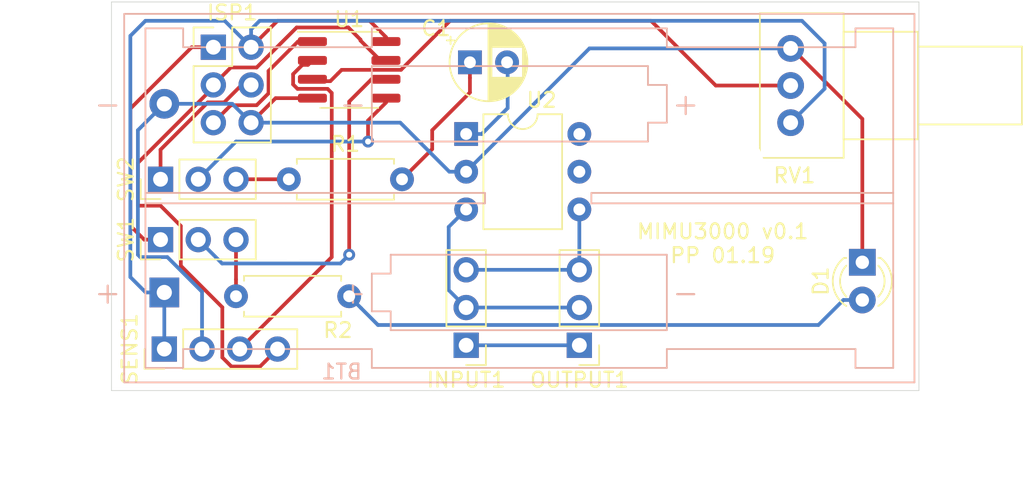
<source format=kicad_pcb>
(kicad_pcb (version 20171130) (host pcbnew 5.1.5-1.fc31)

  (general
    (thickness 1.6)
    (drawings 16)
    (tracks 136)
    (zones 0)
    (modules 14)
    (nets 19)
  )

  (page A4)
  (layers
    (0 F.Cu signal)
    (31 B.Cu signal)
    (32 B.Adhes user)
    (33 F.Adhes user)
    (34 B.Paste user)
    (35 F.Paste user)
    (36 B.SilkS user)
    (37 F.SilkS user)
    (38 B.Mask user)
    (39 F.Mask user)
    (40 Dwgs.User user)
    (41 Cmts.User user)
    (42 Eco1.User user)
    (43 Eco2.User user)
    (44 Edge.Cuts user)
    (45 Margin user)
    (46 B.CrtYd user)
    (47 F.CrtYd user)
    (48 B.Fab user)
    (49 F.Fab user)
  )

  (setup
    (last_trace_width 0.25)
    (trace_clearance 0.2)
    (zone_clearance 0.508)
    (zone_45_only no)
    (trace_min 0.2)
    (via_size 0.8)
    (via_drill 0.4)
    (via_min_size 0.4)
    (via_min_drill 0.3)
    (uvia_size 0.3)
    (uvia_drill 0.1)
    (uvias_allowed no)
    (uvia_min_size 0.2)
    (uvia_min_drill 0.1)
    (edge_width 0.05)
    (segment_width 0.2)
    (pcb_text_width 0.3)
    (pcb_text_size 1.5 1.5)
    (mod_edge_width 0.12)
    (mod_text_size 1 1)
    (mod_text_width 0.15)
    (pad_size 1.524 1.524)
    (pad_drill 0.762)
    (pad_to_mask_clearance 0.051)
    (solder_mask_min_width 0.25)
    (aux_axis_origin 0 0)
    (visible_elements FFFFFF7F)
    (pcbplotparams
      (layerselection 0x010fc_ffffffff)
      (usegerberextensions false)
      (usegerberattributes false)
      (usegerberadvancedattributes false)
      (creategerberjobfile false)
      (excludeedgelayer true)
      (linewidth 0.100000)
      (plotframeref false)
      (viasonmask false)
      (mode 1)
      (useauxorigin false)
      (hpglpennumber 1)
      (hpglpenspeed 20)
      (hpglpendiameter 15.000000)
      (psnegative false)
      (psa4output false)
      (plotreference true)
      (plotvalue true)
      (plotinvisibletext false)
      (padsonsilk false)
      (subtractmaskfromsilk false)
      (outputformat 1)
      (mirror false)
      (drillshape 1)
      (scaleselection 1)
      (outputdirectory ""))
  )

  (net 0 "")
  (net 1 "Net-(BT1-Pad2)")
  (net 2 "Net-(BT1-Pad1)")
  (net 3 "Net-(C1-Pad2)")
  (net 4 "Net-(C1-Pad1)")
  (net 5 "Net-(R1-Pad1)")
  (net 6 "Net-(INPUT1-Pad3)")
  (net 7 "Net-(INPUT1-Pad2)")
  (net 8 "Net-(INPUT1-Pad1)")
  (net 9 "Net-(RV1-Pad2)")
  (net 10 "Net-(D1-Pad2)")
  (net 11 "Net-(R2-Pad1)")
  (net 12 "Net-(SW1-Pad2)")
  (net 13 "Net-(SW2-Pad2)")
  (net 14 "Net-(ISP1-Pad5)")
  (net 15 "Net-(ISP1-Pad4)")
  (net 16 "Net-(ISP1-Pad3)")
  (net 17 "Net-(ISP1-Pad1)")
  (net 18 "Net-(SENS1-Pad3)")

  (net_class Default "This is the default net class."
    (clearance 0.2)
    (trace_width 0.25)
    (via_dia 0.8)
    (via_drill 0.4)
    (uvia_dia 0.3)
    (uvia_drill 0.1)
    (add_net "Net-(BT1-Pad1)")
    (add_net "Net-(BT1-Pad2)")
    (add_net "Net-(C1-Pad1)")
    (add_net "Net-(C1-Pad2)")
    (add_net "Net-(D1-Pad2)")
    (add_net "Net-(INPUT1-Pad1)")
    (add_net "Net-(INPUT1-Pad2)")
    (add_net "Net-(INPUT1-Pad3)")
    (add_net "Net-(ISP1-Pad1)")
    (add_net "Net-(ISP1-Pad3)")
    (add_net "Net-(ISP1-Pad4)")
    (add_net "Net-(ISP1-Pad5)")
    (add_net "Net-(R1-Pad1)")
    (add_net "Net-(R2-Pad1)")
    (add_net "Net-(RV1-Pad2)")
    (add_net "Net-(SENS1-Pad3)")
    (add_net "Net-(SW1-Pad2)")
    (add_net "Net-(SW2-Pad2)")
  )

  (module Package_SO:SOIC-8_3.9x4.9mm_P1.27mm (layer F.Cu) (tedit 5D9F72B1) (tstamp 5E2BA0EB)
    (at 179.832 105.156)
    (descr "SOIC, 8 Pin (JEDEC MS-012AA, https://www.analog.com/media/en/package-pcb-resources/package/pkg_pdf/soic_narrow-r/r_8.pdf), generated with kicad-footprint-generator ipc_gullwing_generator.py")
    (tags "SOIC SO")
    (path /5E29D77C)
    (attr smd)
    (fp_text reference U1 (at 0 -3.4) (layer F.SilkS)
      (effects (font (size 1 1) (thickness 0.15)))
    )
    (fp_text value ATTINY13A-SSU (at 0 3.4) (layer F.Fab)
      (effects (font (size 1 1) (thickness 0.15)))
    )
    (fp_text user %R (at -0.015001 0.564999) (layer F.Fab)
      (effects (font (size 0.98 0.98) (thickness 0.15)))
    )
    (fp_line (start 3.7 -2.7) (end -3.7 -2.7) (layer F.CrtYd) (width 0.05))
    (fp_line (start 3.7 2.7) (end 3.7 -2.7) (layer F.CrtYd) (width 0.05))
    (fp_line (start -3.7 2.7) (end 3.7 2.7) (layer F.CrtYd) (width 0.05))
    (fp_line (start -3.7 -2.7) (end -3.7 2.7) (layer F.CrtYd) (width 0.05))
    (fp_line (start -1.95 -1.475) (end -0.975 -2.45) (layer F.Fab) (width 0.1))
    (fp_line (start -1.95 2.45) (end -1.95 -1.475) (layer F.Fab) (width 0.1))
    (fp_line (start 1.95 2.45) (end -1.95 2.45) (layer F.Fab) (width 0.1))
    (fp_line (start 1.95 -2.45) (end 1.95 2.45) (layer F.Fab) (width 0.1))
    (fp_line (start -0.975 -2.45) (end 1.95 -2.45) (layer F.Fab) (width 0.1))
    (fp_line (start 0 -2.56) (end -3.45 -2.56) (layer F.SilkS) (width 0.12))
    (fp_line (start 0 -2.56) (end 1.95 -2.56) (layer F.SilkS) (width 0.12))
    (fp_line (start 0 2.56) (end -1.95 2.56) (layer F.SilkS) (width 0.12))
    (fp_line (start 0 2.56) (end 1.95 2.56) (layer F.SilkS) (width 0.12))
    (pad 8 smd roundrect (at 2.475 -1.905) (size 1.95 0.6) (layers F.Cu F.Paste F.Mask) (roundrect_rratio 0.25)
      (net 2 "Net-(BT1-Pad1)"))
    (pad 7 smd roundrect (at 2.475 -0.635) (size 1.95 0.6) (layers F.Cu F.Paste F.Mask) (roundrect_rratio 0.25)
      (net 16 "Net-(ISP1-Pad3)"))
    (pad 6 smd roundrect (at 2.475 0.635) (size 1.95 0.6) (layers F.Cu F.Paste F.Mask) (roundrect_rratio 0.25)
      (net 12 "Net-(SW1-Pad2)"))
    (pad 5 smd roundrect (at 2.475 1.905) (size 1.95 0.6) (layers F.Cu F.Paste F.Mask) (roundrect_rratio 0.25)
      (net 13 "Net-(SW2-Pad2)"))
    (pad 4 smd roundrect (at -2.475 1.905) (size 1.95 0.6) (layers F.Cu F.Paste F.Mask) (roundrect_rratio 0.25)
      (net 1 "Net-(BT1-Pad2)"))
    (pad 3 smd roundrect (at -2.475 0.635) (size 1.95 0.6) (layers F.Cu F.Paste F.Mask) (roundrect_rratio 0.25)
      (net 9 "Net-(RV1-Pad2)"))
    (pad 2 smd roundrect (at -2.475 -0.635) (size 1.95 0.6) (layers F.Cu F.Paste F.Mask) (roundrect_rratio 0.25)
      (net 18 "Net-(SENS1-Pad3)"))
    (pad 1 smd roundrect (at -2.475 -1.905) (size 1.95 0.6) (layers F.Cu F.Paste F.Mask) (roundrect_rratio 0.25)
      (net 14 "Net-(ISP1-Pad5)"))
    (model ${KISYS3DMOD}/Package_SO.3dshapes/SOIC-8_3.9x4.9mm_P1.27mm.wrl
      (at (xyz 0 0 0))
      (scale (xyz 1 1 1))
      (rotate (xyz 0 0 0))
    )
  )

  (module Connector_PinHeader_2.54mm:PinHeader_1x04_P2.54mm_Vertical (layer F.Cu) (tedit 59FED5CC) (tstamp 5E2BA082)
    (at 167.386 123.952 90)
    (descr "Through hole straight pin header, 1x04, 2.54mm pitch, single row")
    (tags "Through hole pin header THT 1x04 2.54mm single row")
    (path /5E2CBB84)
    (fp_text reference SENS1 (at 0 -2.33 90) (layer F.SilkS)
      (effects (font (size 1 1) (thickness 0.15)))
    )
    (fp_text value Sens (at 0 9.95 90) (layer F.Fab)
      (effects (font (size 1 1) (thickness 0.15)))
    )
    (fp_text user %R (at 0 3.81) (layer F.Fab)
      (effects (font (size 1 1) (thickness 0.15)))
    )
    (fp_line (start 1.8 -1.8) (end -1.8 -1.8) (layer F.CrtYd) (width 0.05))
    (fp_line (start 1.8 9.4) (end 1.8 -1.8) (layer F.CrtYd) (width 0.05))
    (fp_line (start -1.8 9.4) (end 1.8 9.4) (layer F.CrtYd) (width 0.05))
    (fp_line (start -1.8 -1.8) (end -1.8 9.4) (layer F.CrtYd) (width 0.05))
    (fp_line (start -1.33 -1.33) (end 0 -1.33) (layer F.SilkS) (width 0.12))
    (fp_line (start -1.33 0) (end -1.33 -1.33) (layer F.SilkS) (width 0.12))
    (fp_line (start -1.33 1.27) (end 1.33 1.27) (layer F.SilkS) (width 0.12))
    (fp_line (start 1.33 1.27) (end 1.33 8.95) (layer F.SilkS) (width 0.12))
    (fp_line (start -1.33 1.27) (end -1.33 8.95) (layer F.SilkS) (width 0.12))
    (fp_line (start -1.33 8.95) (end 1.33 8.95) (layer F.SilkS) (width 0.12))
    (fp_line (start -1.27 -0.635) (end -0.635 -1.27) (layer F.Fab) (width 0.1))
    (fp_line (start -1.27 8.89) (end -1.27 -0.635) (layer F.Fab) (width 0.1))
    (fp_line (start 1.27 8.89) (end -1.27 8.89) (layer F.Fab) (width 0.1))
    (fp_line (start 1.27 -1.27) (end 1.27 8.89) (layer F.Fab) (width 0.1))
    (fp_line (start -0.635 -1.27) (end 1.27 -1.27) (layer F.Fab) (width 0.1))
    (pad 4 thru_hole oval (at 0 7.62 90) (size 1.7 1.7) (drill 1) (layers *.Cu *.Mask)
      (net 16 "Net-(ISP1-Pad3)"))
    (pad 3 thru_hole oval (at 0 5.08 90) (size 1.7 1.7) (drill 1) (layers *.Cu *.Mask)
      (net 18 "Net-(SENS1-Pad3)"))
    (pad 2 thru_hole oval (at 0 2.54 90) (size 1.7 1.7) (drill 1) (layers *.Cu *.Mask)
      (net 1 "Net-(BT1-Pad2)"))
    (pad 1 thru_hole rect (at 0 0 90) (size 1.7 1.7) (drill 1) (layers *.Cu *.Mask)
      (net 2 "Net-(BT1-Pad1)"))
    (model ${KISYS3DMOD}/Connector_PinHeader_2.54mm.3dshapes/PinHeader_1x04_P2.54mm_Vertical.wrl
      (at (xyz 0 0 0))
      (scale (xyz 1 1 1))
      (rotate (xyz 0 0 0))
    )
  )

  (module Connector_PinHeader_2.54mm:PinHeader_2x03_P2.54mm_Vertical (layer F.Cu) (tedit 59FED5CC) (tstamp 5E2B6328)
    (at 170.688 103.632)
    (descr "Through hole straight pin header, 2x03, 2.54mm pitch, double rows")
    (tags "Through hole pin header THT 2x03 2.54mm double row")
    (path /5E2B28C5)
    (fp_text reference ISP1 (at 1.27 -2.33) (layer F.SilkS)
      (effects (font (size 1 1) (thickness 0.15)))
    )
    (fp_text value AVR-ISP-6 (at 1.27 7.41) (layer F.Fab)
      (effects (font (size 1 1) (thickness 0.15)))
    )
    (fp_text user %R (at 1.27 2.54 90) (layer F.Fab)
      (effects (font (size 1 1) (thickness 0.15)))
    )
    (fp_line (start 4.35 -1.8) (end -1.8 -1.8) (layer F.CrtYd) (width 0.05))
    (fp_line (start 4.35 6.85) (end 4.35 -1.8) (layer F.CrtYd) (width 0.05))
    (fp_line (start -1.8 6.85) (end 4.35 6.85) (layer F.CrtYd) (width 0.05))
    (fp_line (start -1.8 -1.8) (end -1.8 6.85) (layer F.CrtYd) (width 0.05))
    (fp_line (start -1.33 -1.33) (end 0 -1.33) (layer F.SilkS) (width 0.12))
    (fp_line (start -1.33 0) (end -1.33 -1.33) (layer F.SilkS) (width 0.12))
    (fp_line (start 1.27 -1.33) (end 3.87 -1.33) (layer F.SilkS) (width 0.12))
    (fp_line (start 1.27 1.27) (end 1.27 -1.33) (layer F.SilkS) (width 0.12))
    (fp_line (start -1.33 1.27) (end 1.27 1.27) (layer F.SilkS) (width 0.12))
    (fp_line (start 3.87 -1.33) (end 3.87 6.41) (layer F.SilkS) (width 0.12))
    (fp_line (start -1.33 1.27) (end -1.33 6.41) (layer F.SilkS) (width 0.12))
    (fp_line (start -1.33 6.41) (end 3.87 6.41) (layer F.SilkS) (width 0.12))
    (fp_line (start -1.27 0) (end 0 -1.27) (layer F.Fab) (width 0.1))
    (fp_line (start -1.27 6.35) (end -1.27 0) (layer F.Fab) (width 0.1))
    (fp_line (start 3.81 6.35) (end -1.27 6.35) (layer F.Fab) (width 0.1))
    (fp_line (start 3.81 -1.27) (end 3.81 6.35) (layer F.Fab) (width 0.1))
    (fp_line (start 0 -1.27) (end 3.81 -1.27) (layer F.Fab) (width 0.1))
    (pad 6 thru_hole oval (at 2.54 5.08) (size 1.7 1.7) (drill 1) (layers *.Cu *.Mask)
      (net 1 "Net-(BT1-Pad2)"))
    (pad 5 thru_hole oval (at 0 5.08) (size 1.7 1.7) (drill 1) (layers *.Cu *.Mask)
      (net 14 "Net-(ISP1-Pad5)"))
    (pad 4 thru_hole oval (at 2.54 2.54) (size 1.7 1.7) (drill 1) (layers *.Cu *.Mask)
      (net 15 "Net-(ISP1-Pad4)"))
    (pad 3 thru_hole oval (at 0 2.54) (size 1.7 1.7) (drill 1) (layers *.Cu *.Mask)
      (net 16 "Net-(ISP1-Pad3)"))
    (pad 2 thru_hole oval (at 2.54 0) (size 1.7 1.7) (drill 1) (layers *.Cu *.Mask)
      (net 2 "Net-(BT1-Pad1)"))
    (pad 1 thru_hole rect (at 0 0) (size 1.7 1.7) (drill 1) (layers *.Cu *.Mask)
      (net 17 "Net-(ISP1-Pad1)"))
    (model ${KISYS3DMOD}/Connector_PinHeader_2.54mm.3dshapes/PinHeader_2x03_P2.54mm_Vertical.wrl
      (at (xyz 0 0 0))
      (scale (xyz 1 1 1))
      (rotate (xyz 0 0 0))
    )
  )

  (module Connector_PinHeader_2.54mm:PinHeader_1x03_P2.54mm_Vertical (layer F.Cu) (tedit 59FED5CC) (tstamp 5E31AC7F)
    (at 167.132 112.522 90)
    (descr "Through hole straight pin header, 1x03, 2.54mm pitch, single row")
    (tags "Through hole pin header THT 1x03 2.54mm single row")
    (path /5E2C59AF)
    (fp_text reference SW2 (at 0 -2.33 90) (layer F.SilkS)
      (effects (font (size 1 1) (thickness 0.15)))
    )
    (fp_text value P_MOSI (at 0 7.41 90) (layer F.Fab)
      (effects (font (size 1 1) (thickness 0.15)))
    )
    (fp_text user %R (at 0 2.54) (layer F.Fab)
      (effects (font (size 1 1) (thickness 0.15)))
    )
    (fp_line (start 1.8 -1.8) (end -1.8 -1.8) (layer F.CrtYd) (width 0.05))
    (fp_line (start 1.8 6.85) (end 1.8 -1.8) (layer F.CrtYd) (width 0.05))
    (fp_line (start -1.8 6.85) (end 1.8 6.85) (layer F.CrtYd) (width 0.05))
    (fp_line (start -1.8 -1.8) (end -1.8 6.85) (layer F.CrtYd) (width 0.05))
    (fp_line (start -1.33 -1.33) (end 0 -1.33) (layer F.SilkS) (width 0.12))
    (fp_line (start -1.33 0) (end -1.33 -1.33) (layer F.SilkS) (width 0.12))
    (fp_line (start -1.33 1.27) (end 1.33 1.27) (layer F.SilkS) (width 0.12))
    (fp_line (start 1.33 1.27) (end 1.33 6.41) (layer F.SilkS) (width 0.12))
    (fp_line (start -1.33 1.27) (end -1.33 6.41) (layer F.SilkS) (width 0.12))
    (fp_line (start -1.33 6.41) (end 1.33 6.41) (layer F.SilkS) (width 0.12))
    (fp_line (start -1.27 -0.635) (end -0.635 -1.27) (layer F.Fab) (width 0.1))
    (fp_line (start -1.27 6.35) (end -1.27 -0.635) (layer F.Fab) (width 0.1))
    (fp_line (start 1.27 6.35) (end -1.27 6.35) (layer F.Fab) (width 0.1))
    (fp_line (start 1.27 -1.27) (end 1.27 6.35) (layer F.Fab) (width 0.1))
    (fp_line (start -0.635 -1.27) (end 1.27 -1.27) (layer F.Fab) (width 0.1))
    (pad 3 thru_hole oval (at 0 5.08 90) (size 1.7 1.7) (drill 1) (layers *.Cu *.Mask)
      (net 5 "Net-(R1-Pad1)"))
    (pad 2 thru_hole oval (at 0 2.54 90) (size 1.7 1.7) (drill 1) (layers *.Cu *.Mask)
      (net 13 "Net-(SW2-Pad2)"))
    (pad 1 thru_hole rect (at 0 0 90) (size 1.7 1.7) (drill 1) (layers *.Cu *.Mask)
      (net 15 "Net-(ISP1-Pad4)"))
    (model ${KISYS3DMOD}/Connector_PinHeader_2.54mm.3dshapes/PinHeader_1x03_P2.54mm_Vertical.wrl
      (at (xyz 0 0 0))
      (scale (xyz 1 1 1))
      (rotate (xyz 0 0 0))
    )
  )

  (module Connector_PinHeader_2.54mm:PinHeader_1x03_P2.54mm_Vertical (layer F.Cu) (tedit 59FED5CC) (tstamp 5E2B640F)
    (at 167.132 116.586 90)
    (descr "Through hole straight pin header, 1x03, 2.54mm pitch, single row")
    (tags "Through hole pin header THT 1x03 2.54mm single row")
    (path /5E2C54A6)
    (fp_text reference SW1 (at 0 -2.33 90) (layer F.SilkS)
      (effects (font (size 1 1) (thickness 0.15)))
    )
    (fp_text value P_MISO (at 0 7.41 90) (layer F.Fab)
      (effects (font (size 1 1) (thickness 0.15)))
    )
    (fp_text user %R (at 0 2.54) (layer F.Fab)
      (effects (font (size 1 1) (thickness 0.15)))
    )
    (fp_line (start 1.8 -1.8) (end -1.8 -1.8) (layer F.CrtYd) (width 0.05))
    (fp_line (start 1.8 6.85) (end 1.8 -1.8) (layer F.CrtYd) (width 0.05))
    (fp_line (start -1.8 6.85) (end 1.8 6.85) (layer F.CrtYd) (width 0.05))
    (fp_line (start -1.8 -1.8) (end -1.8 6.85) (layer F.CrtYd) (width 0.05))
    (fp_line (start -1.33 -1.33) (end 0 -1.33) (layer F.SilkS) (width 0.12))
    (fp_line (start -1.33 0) (end -1.33 -1.33) (layer F.SilkS) (width 0.12))
    (fp_line (start -1.33 1.27) (end 1.33 1.27) (layer F.SilkS) (width 0.12))
    (fp_line (start 1.33 1.27) (end 1.33 6.41) (layer F.SilkS) (width 0.12))
    (fp_line (start -1.33 1.27) (end -1.33 6.41) (layer F.SilkS) (width 0.12))
    (fp_line (start -1.33 6.41) (end 1.33 6.41) (layer F.SilkS) (width 0.12))
    (fp_line (start -1.27 -0.635) (end -0.635 -1.27) (layer F.Fab) (width 0.1))
    (fp_line (start -1.27 6.35) (end -1.27 -0.635) (layer F.Fab) (width 0.1))
    (fp_line (start 1.27 6.35) (end -1.27 6.35) (layer F.Fab) (width 0.1))
    (fp_line (start 1.27 -1.27) (end 1.27 6.35) (layer F.Fab) (width 0.1))
    (fp_line (start -0.635 -1.27) (end 1.27 -1.27) (layer F.Fab) (width 0.1))
    (pad 3 thru_hole oval (at 0 5.08 90) (size 1.7 1.7) (drill 1) (layers *.Cu *.Mask)
      (net 11 "Net-(R2-Pad1)"))
    (pad 2 thru_hole oval (at 0 2.54 90) (size 1.7 1.7) (drill 1) (layers *.Cu *.Mask)
      (net 12 "Net-(SW1-Pad2)"))
    (pad 1 thru_hole rect (at 0 0 90) (size 1.7 1.7) (drill 1) (layers *.Cu *.Mask)
      (net 17 "Net-(ISP1-Pad1)"))
    (model ${KISYS3DMOD}/Connector_PinHeader_2.54mm.3dshapes/PinHeader_1x03_P2.54mm_Vertical.wrl
      (at (xyz 0 0 0))
      (scale (xyz 1 1 1))
      (rotate (xyz 0 0 0))
    )
  )

  (module Connector_PinHeader_2.54mm:PinHeader_1x03_P2.54mm_Vertical (layer F.Cu) (tedit 59FED5CC) (tstamp 5E2BA0BA)
    (at 195.326 123.698 180)
    (descr "Through hole straight pin header, 1x03, 2.54mm pitch, single row")
    (tags "Through hole pin header THT 1x03 2.54mm single row")
    (path /5E29E552)
    (fp_text reference OUTPUT1 (at 0 -2.33) (layer F.SilkS)
      (effects (font (size 1 1) (thickness 0.15)))
    )
    (fp_text value XLR3 (at 0 7.41) (layer F.Fab)
      (effects (font (size 1 1) (thickness 0.15)))
    )
    (fp_text user %R (at 0 2.54 90) (layer F.Fab)
      (effects (font (size 1 1) (thickness 0.15)))
    )
    (fp_line (start 1.8 -1.8) (end -1.8 -1.8) (layer F.CrtYd) (width 0.05))
    (fp_line (start 1.8 6.85) (end 1.8 -1.8) (layer F.CrtYd) (width 0.05))
    (fp_line (start -1.8 6.85) (end 1.8 6.85) (layer F.CrtYd) (width 0.05))
    (fp_line (start -1.8 -1.8) (end -1.8 6.85) (layer F.CrtYd) (width 0.05))
    (fp_line (start -1.33 -1.33) (end 0 -1.33) (layer F.SilkS) (width 0.12))
    (fp_line (start -1.33 0) (end -1.33 -1.33) (layer F.SilkS) (width 0.12))
    (fp_line (start -1.33 1.27) (end 1.33 1.27) (layer F.SilkS) (width 0.12))
    (fp_line (start 1.33 1.27) (end 1.33 6.41) (layer F.SilkS) (width 0.12))
    (fp_line (start -1.33 1.27) (end -1.33 6.41) (layer F.SilkS) (width 0.12))
    (fp_line (start -1.33 6.41) (end 1.33 6.41) (layer F.SilkS) (width 0.12))
    (fp_line (start -1.27 -0.635) (end -0.635 -1.27) (layer F.Fab) (width 0.1))
    (fp_line (start -1.27 6.35) (end -1.27 -0.635) (layer F.Fab) (width 0.1))
    (fp_line (start 1.27 6.35) (end -1.27 6.35) (layer F.Fab) (width 0.1))
    (fp_line (start 1.27 -1.27) (end 1.27 6.35) (layer F.Fab) (width 0.1))
    (fp_line (start -0.635 -1.27) (end 1.27 -1.27) (layer F.Fab) (width 0.1))
    (pad 3 thru_hole oval (at 0 5.08 180) (size 1.7 1.7) (drill 1) (layers *.Cu *.Mask)
      (net 6 "Net-(INPUT1-Pad3)"))
    (pad 2 thru_hole oval (at 0 2.54 180) (size 1.7 1.7) (drill 1) (layers *.Cu *.Mask)
      (net 7 "Net-(INPUT1-Pad2)"))
    (pad 1 thru_hole rect (at 0 0 180) (size 1.7 1.7) (drill 1) (layers *.Cu *.Mask)
      (net 8 "Net-(INPUT1-Pad1)"))
    (model ${KISYS3DMOD}/Connector_PinHeader_2.54mm.3dshapes/PinHeader_1x03_P2.54mm_Vertical.wrl
      (at (xyz 0 0 0))
      (scale (xyz 1 1 1))
      (rotate (xyz 0 0 0))
    )
  )

  (module Connector_PinHeader_2.54mm:PinHeader_1x03_P2.54mm_Vertical (layer F.Cu) (tedit 59FED5CC) (tstamp 5E2BA09E)
    (at 187.706 123.698 180)
    (descr "Through hole straight pin header, 1x03, 2.54mm pitch, single row")
    (tags "Through hole pin header THT 1x03 2.54mm single row")
    (path /5E29E533)
    (fp_text reference INPUT1 (at 0 -2.33) (layer F.SilkS)
      (effects (font (size 1 1) (thickness 0.15)))
    )
    (fp_text value XLR3 (at 0 7.41) (layer F.Fab)
      (effects (font (size 1 1) (thickness 0.15)))
    )
    (fp_text user %R (at 0 2.54 90) (layer F.Fab)
      (effects (font (size 1 1) (thickness 0.15)))
    )
    (fp_line (start 1.8 -1.8) (end -1.8 -1.8) (layer F.CrtYd) (width 0.05))
    (fp_line (start 1.8 6.85) (end 1.8 -1.8) (layer F.CrtYd) (width 0.05))
    (fp_line (start -1.8 6.85) (end 1.8 6.85) (layer F.CrtYd) (width 0.05))
    (fp_line (start -1.8 -1.8) (end -1.8 6.85) (layer F.CrtYd) (width 0.05))
    (fp_line (start -1.33 -1.33) (end 0 -1.33) (layer F.SilkS) (width 0.12))
    (fp_line (start -1.33 0) (end -1.33 -1.33) (layer F.SilkS) (width 0.12))
    (fp_line (start -1.33 1.27) (end 1.33 1.27) (layer F.SilkS) (width 0.12))
    (fp_line (start 1.33 1.27) (end 1.33 6.41) (layer F.SilkS) (width 0.12))
    (fp_line (start -1.33 1.27) (end -1.33 6.41) (layer F.SilkS) (width 0.12))
    (fp_line (start -1.33 6.41) (end 1.33 6.41) (layer F.SilkS) (width 0.12))
    (fp_line (start -1.27 -0.635) (end -0.635 -1.27) (layer F.Fab) (width 0.1))
    (fp_line (start -1.27 6.35) (end -1.27 -0.635) (layer F.Fab) (width 0.1))
    (fp_line (start 1.27 6.35) (end -1.27 6.35) (layer F.Fab) (width 0.1))
    (fp_line (start 1.27 -1.27) (end 1.27 6.35) (layer F.Fab) (width 0.1))
    (fp_line (start -0.635 -1.27) (end 1.27 -1.27) (layer F.Fab) (width 0.1))
    (pad 3 thru_hole oval (at 0 5.08 180) (size 1.7 1.7) (drill 1) (layers *.Cu *.Mask)
      (net 6 "Net-(INPUT1-Pad3)"))
    (pad 2 thru_hole oval (at 0 2.54 180) (size 1.7 1.7) (drill 1) (layers *.Cu *.Mask)
      (net 7 "Net-(INPUT1-Pad2)"))
    (pad 1 thru_hole rect (at 0 0 180) (size 1.7 1.7) (drill 1) (layers *.Cu *.Mask)
      (net 8 "Net-(INPUT1-Pad1)"))
    (model ${KISYS3DMOD}/Connector_PinHeader_2.54mm.3dshapes/PinHeader_1x03_P2.54mm_Vertical.wrl
      (at (xyz 0 0 0))
      (scale (xyz 1 1 1))
      (rotate (xyz 0 0 0))
    )
  )

  (module LED_THT:LED_D3.0mm (layer F.Cu) (tedit 587A3A7B) (tstamp 5E2B94F7)
    (at 214.376 118.11 270)
    (descr "LED, diameter 3.0mm, 2 pins")
    (tags "LED diameter 3.0mm 2 pins")
    (path /5E2C9905)
    (fp_text reference D1 (at 1.27 2.794 90) (layer F.SilkS)
      (effects (font (size 1 1) (thickness 0.15)))
    )
    (fp_text value LED (at 1.27 2.96 90) (layer F.Fab)
      (effects (font (size 1 1) (thickness 0.15)))
    )
    (fp_line (start 3.7 -2.25) (end -1.15 -2.25) (layer F.CrtYd) (width 0.05))
    (fp_line (start 3.7 2.25) (end 3.7 -2.25) (layer F.CrtYd) (width 0.05))
    (fp_line (start -1.15 2.25) (end 3.7 2.25) (layer F.CrtYd) (width 0.05))
    (fp_line (start -1.15 -2.25) (end -1.15 2.25) (layer F.CrtYd) (width 0.05))
    (fp_line (start -0.29 1.08) (end -0.29 1.236) (layer F.SilkS) (width 0.12))
    (fp_line (start -0.29 -1.236) (end -0.29 -1.08) (layer F.SilkS) (width 0.12))
    (fp_line (start -0.23 -1.16619) (end -0.23 1.16619) (layer F.Fab) (width 0.1))
    (fp_circle (center 1.27 0) (end 2.77 0) (layer F.Fab) (width 0.1))
    (fp_arc (start 1.27 0) (end 0.229039 1.08) (angle -87.9) (layer F.SilkS) (width 0.12))
    (fp_arc (start 1.27 0) (end 0.229039 -1.08) (angle 87.9) (layer F.SilkS) (width 0.12))
    (fp_arc (start 1.27 0) (end -0.29 1.235516) (angle -108.8) (layer F.SilkS) (width 0.12))
    (fp_arc (start 1.27 0) (end -0.29 -1.235516) (angle 108.8) (layer F.SilkS) (width 0.12))
    (fp_arc (start 1.27 0) (end -0.23 -1.16619) (angle 284.3) (layer F.Fab) (width 0.1))
    (pad 2 thru_hole circle (at 2.54 0 270) (size 1.8 1.8) (drill 0.9) (layers *.Cu *.Mask)
      (net 10 "Net-(D1-Pad2)"))
    (pad 1 thru_hole rect (at 0 0 270) (size 1.8 1.8) (drill 0.9) (layers *.Cu *.Mask)
      (net 1 "Net-(BT1-Pad2)"))
    (model ${KISYS3DMOD}/LED_THT.3dshapes/LED_D3.0mm.wrl
      (at (xyz 0 0 0))
      (scale (xyz 1 1 1))
      (rotate (xyz 0 0 0))
    )
  )

  (module Battery:BatteryHolder_Keystone_2468_2xAAA (layer B.Cu) (tedit 5C9A5FE6) (tstamp 5E2B9FE4)
    (at 167.386 120.142)
    (descr "2xAAA cell battery holder, Keystone P/N 2468, http://www.keyelco.com/product-pdf.cfm?p=1033")
    (tags "AAA battery cell holder")
    (path /5E2BAE3F)
    (fp_text reference BT1 (at 11.938 5.334) (layer B.SilkS)
      (effects (font (size 1 1) (thickness 0.15)) (justify mirror))
    )
    (fp_text value 3V (at 23.9 -7.35) (layer B.Fab)
      (effects (font (size 1 1) (thickness 0.15)) (justify mirror))
    )
    (fp_text user + (at 35.1 -12.7) (layer B.SilkS)
      (effects (font (size 1.5 1.5) (thickness 0.15)) (justify mirror))
    )
    (fp_text user - (at 12.7 -12.7) (layer B.SilkS)
      (effects (font (size 1.5 1.5) (thickness 0.15)) (justify mirror))
    )
    (fp_text user - (at 35.1 0) (layer B.SilkS)
      (effects (font (size 1.5 1.5) (thickness 0.15)) (justify mirror))
    )
    (fp_text user + (at 12.7 0) (layer B.SilkS)
      (effects (font (size 1.5 1.5) (thickness 0.15)) (justify mirror))
    )
    (fp_text user - (at -3.81 -12.7) (layer B.SilkS)
      (effects (font (size 1.5 1.5) (thickness 0.15)) (justify mirror))
    )
    (fp_text user + (at -3.81 0) (layer B.SilkS)
      (effects (font (size 1.5 1.5) (thickness 0.15)) (justify mirror))
    )
    (fp_line (start -2.59 5.945) (end 50.39 5.945) (layer B.Fab) (width 0.1))
    (fp_line (start -2.59 -18.645) (end 50.39 -18.645) (layer B.Fab) (width 0.1))
    (fp_line (start 50.39 -18.645) (end 50.39 5.945) (layer B.Fab) (width 0.1))
    (fp_line (start -2.59 -18.645) (end -2.59 5.945) (layer B.Fab) (width 0.1))
    (fp_line (start 46.53 -17.78) (end 46.53 -16.51) (layer B.SilkS) (width 0.12))
    (fp_line (start 49.07 -17.78) (end 46.53 -17.78) (layer B.SilkS) (width 0.12))
    (fp_line (start 49.07 5.08) (end 49.07 -17.78) (layer B.SilkS) (width 0.12))
    (fp_line (start 46.53 5.08) (end 46.53 3.81) (layer B.SilkS) (width 0.12))
    (fp_line (start 49.07 5.08) (end 46.53 5.08) (layer B.SilkS) (width 0.12))
    (fp_line (start 1.27 -16.51) (end 13.97 -16.51) (layer B.SilkS) (width 0.12))
    (fp_line (start 1.27 -17.78) (end 1.27 -16.51) (layer B.SilkS) (width 0.12))
    (fp_line (start -1.27 -17.78) (end 1.27 -17.78) (layer B.SilkS) (width 0.12))
    (fp_line (start -1.27 5.08) (end -1.27 -17.78) (layer B.SilkS) (width 0.12))
    (fp_line (start 1.27 5.08) (end -1.27 5.08) (layer B.SilkS) (width 0.12))
    (fp_line (start 1.27 3.81) (end 1.27 5.08) (layer B.SilkS) (width 0.12))
    (fp_line (start 1.27 3.81) (end 13.97 3.81) (layer B.SilkS) (width 0.12))
    (fp_line (start 46.53 -16.51) (end 33.83 -16.51) (layer B.SilkS) (width 0.12))
    (fp_line (start 13.97 5.08) (end 13.97 3.81) (layer B.SilkS) (width 0.12))
    (fp_line (start 33.83 5.08) (end 13.97 5.08) (layer B.SilkS) (width 0.12))
    (fp_line (start 33.83 3.81) (end 33.83 5.08) (layer B.SilkS) (width 0.12))
    (fp_line (start 46.53 3.81) (end 33.83 3.81) (layer B.SilkS) (width 0.12))
    (fp_line (start 33.83 -17.78) (end 33.83 -16.51) (layer B.SilkS) (width 0.12))
    (fp_line (start 13.97 -17.78) (end 33.83 -17.78) (layer B.SilkS) (width 0.12))
    (fp_line (start 13.97 -16.51) (end 13.97 -17.78) (layer B.SilkS) (width 0.12))
    (fp_line (start 28.75 -6.7) (end 49.07 -6.7) (layer B.SilkS) (width 0.12))
    (fp_line (start 28.75 -6) (end 28.75 -6.7) (layer B.SilkS) (width 0.12))
    (fp_line (start 49.07 -6) (end 28.75 -6) (layer B.SilkS) (width 0.12))
    (fp_line (start 21.59 -6.7) (end -1.27 -6.7) (layer B.SilkS) (width 0.12))
    (fp_line (start 21.59 -6) (end 21.59 -6.7) (layer B.SilkS) (width 0.12))
    (fp_line (start -1.27 -6) (end 21.59 -6) (layer B.SilkS) (width 0.12))
    (fp_line (start 33.83 2.54) (end 33.83 -2.54) (layer B.SilkS) (width 0.12))
    (fp_line (start 15.24 2.54) (end 33.83 2.54) (layer B.SilkS) (width 0.12))
    (fp_line (start 15.24 1.27) (end 15.24 2.54) (layer B.SilkS) (width 0.12))
    (fp_line (start 13.97 1.27) (end 15.24 1.27) (layer B.SilkS) (width 0.12))
    (fp_line (start 13.97 -1.27) (end 13.97 1.27) (layer B.SilkS) (width 0.12))
    (fp_line (start 15.24 -1.27) (end 13.97 -1.27) (layer B.SilkS) (width 0.12))
    (fp_line (start 15.24 -2.54) (end 15.24 -1.27) (layer B.SilkS) (width 0.12))
    (fp_line (start 33.83 -2.54) (end 15.24 -2.54) (layer B.SilkS) (width 0.12))
    (fp_line (start 32.56 -15.24) (end 13.97 -15.24) (layer B.SilkS) (width 0.12))
    (fp_line (start 32.56 -13.97) (end 32.56 -15.24) (layer B.SilkS) (width 0.12))
    (fp_line (start 33.83 -13.97) (end 32.56 -13.97) (layer B.SilkS) (width 0.12))
    (fp_line (start 33.83 -11.43) (end 33.83 -13.97) (layer B.SilkS) (width 0.12))
    (fp_line (start 32.56 -11.43) (end 33.83 -11.43) (layer B.SilkS) (width 0.12))
    (fp_line (start 32.56 -10.16) (end 32.56 -11.43) (layer B.SilkS) (width 0.12))
    (fp_line (start 13.97 -10.16) (end 32.56 -10.16) (layer B.SilkS) (width 0.12))
    (fp_line (start 13.97 -15.24) (end 13.97 -10.16) (layer B.SilkS) (width 0.12))
    (fp_line (start 50.5 6.055) (end -2.7 6.055) (layer B.SilkS) (width 0.12))
    (fp_line (start -2.7 6.05) (end -2.7 -18.75) (layer B.SilkS) (width 0.12))
    (fp_line (start -2.7 -18.755) (end 50.5 -18.755) (layer B.SilkS) (width 0.12))
    (fp_line (start 50.5 -18.75) (end 50.5 6.05) (layer B.SilkS) (width 0.12))
    (fp_line (start 50.89 6.45) (end -3.09 6.45) (layer B.CrtYd) (width 0.05))
    (fp_line (start -3.09 6.45) (end -3.09 -19.15) (layer B.CrtYd) (width 0.05))
    (fp_line (start -3.09 -19.15) (end 50.89 -19.15) (layer B.CrtYd) (width 0.05))
    (fp_line (start 50.89 -19.15) (end 50.89 6.45) (layer B.CrtYd) (width 0.05))
    (fp_text user %R (at 23.9 -5.35) (layer B.Fab)
      (effects (font (size 1 1) (thickness 0.15)) (justify mirror))
    )
    (pad "" np_thru_hole circle (at 38.61 -8.7) (size 3.45 3.45) (drill 3.45) (layers *.Cu *.Mask))
    (pad "" np_thru_hole circle (at 8.64 -4) (size 3.45 3.45) (drill 3.45) (layers *.Cu))
    (pad 2 thru_hole circle (at 0 -12.7) (size 2 2) (drill 1.02) (layers *.Cu *.Mask)
      (net 1 "Net-(BT1-Pad2)"))
    (pad 1 thru_hole rect (at 0 0) (size 2 2) (drill 1.02) (layers *.Cu *.Mask)
      (net 2 "Net-(BT1-Pad1)"))
    (model ${KISYS3DMOD}/Battery.3dshapes/BatteryHolder_Keystone_2468_2xAAA.wrl
      (offset (xyz 0 0 1))
      (scale (xyz 1 1 1))
      (rotate (xyz 0 0 0))
    )
  )

  (module Resistor_THT:R_Axial_DIN0207_L6.3mm_D2.5mm_P7.62mm_Horizontal (layer F.Cu) (tedit 5AE5139B) (tstamp 5E2B95CC)
    (at 172.212 120.396)
    (descr "Resistor, Axial_DIN0207 series, Axial, Horizontal, pin pitch=7.62mm, 0.25W = 1/4W, length*diameter=6.3*2.5mm^2, http://cdn-reichelt.de/documents/datenblatt/B400/1_4W%23YAG.pdf")
    (tags "Resistor Axial_DIN0207 series Axial Horizontal pin pitch 7.62mm 0.25W = 1/4W length 6.3mm diameter 2.5mm")
    (path /5E2D7AE9)
    (fp_text reference R2 (at 6.858 2.286) (layer F.SilkS)
      (effects (font (size 1 1) (thickness 0.15)))
    )
    (fp_text value 90R (at 7.366 2.37) (layer F.Fab)
      (effects (font (size 1 1) (thickness 0.15)))
    )
    (fp_text user %R (at 3.81 0) (layer F.Fab)
      (effects (font (size 1 1) (thickness 0.15)))
    )
    (fp_line (start 8.67 -1.5) (end -1.05 -1.5) (layer F.CrtYd) (width 0.05))
    (fp_line (start 8.67 1.5) (end 8.67 -1.5) (layer F.CrtYd) (width 0.05))
    (fp_line (start -1.05 1.5) (end 8.67 1.5) (layer F.CrtYd) (width 0.05))
    (fp_line (start -1.05 -1.5) (end -1.05 1.5) (layer F.CrtYd) (width 0.05))
    (fp_line (start 7.08 1.37) (end 7.08 1.04) (layer F.SilkS) (width 0.12))
    (fp_line (start 0.54 1.37) (end 7.08 1.37) (layer F.SilkS) (width 0.12))
    (fp_line (start 0.54 1.04) (end 0.54 1.37) (layer F.SilkS) (width 0.12))
    (fp_line (start 7.08 -1.37) (end 7.08 -1.04) (layer F.SilkS) (width 0.12))
    (fp_line (start 0.54 -1.37) (end 7.08 -1.37) (layer F.SilkS) (width 0.12))
    (fp_line (start 0.54 -1.04) (end 0.54 -1.37) (layer F.SilkS) (width 0.12))
    (fp_line (start 7.62 0) (end 6.96 0) (layer F.Fab) (width 0.1))
    (fp_line (start 0 0) (end 0.66 0) (layer F.Fab) (width 0.1))
    (fp_line (start 6.96 -1.25) (end 0.66 -1.25) (layer F.Fab) (width 0.1))
    (fp_line (start 6.96 1.25) (end 6.96 -1.25) (layer F.Fab) (width 0.1))
    (fp_line (start 0.66 1.25) (end 6.96 1.25) (layer F.Fab) (width 0.1))
    (fp_line (start 0.66 -1.25) (end 0.66 1.25) (layer F.Fab) (width 0.1))
    (pad 2 thru_hole oval (at 7.62 0) (size 1.6 1.6) (drill 0.8) (layers *.Cu *.Mask)
      (net 10 "Net-(D1-Pad2)"))
    (pad 1 thru_hole circle (at 0 0) (size 1.6 1.6) (drill 0.8) (layers *.Cu *.Mask)
      (net 11 "Net-(R2-Pad1)"))
    (model ${KISYS3DMOD}/Resistor_THT.3dshapes/R_Axial_DIN0207_L6.3mm_D2.5mm_P7.62mm_Horizontal.wrl
      (at (xyz 0 0 0))
      (scale (xyz 1 1 1))
      (rotate (xyz 0 0 0))
    )
  )

  (module Potentiometer_THT:Potentiometer_Alps_RK09Y11_Single_Horizontal (layer F.Cu) (tedit 5A3D4993) (tstamp 5E2B8135)
    (at 209.55 108.712)
    (descr "Potentiometer, horizontal, Alps RK09Y11 Single, http://www.alps.com/prod/info/E/HTML/Potentiometer/RotaryPotentiometers/RK09Y11/RK09Y11_list.html")
    (tags "Potentiometer horizontal Alps RK09Y11 Single")
    (path /5E2BA12E)
    (fp_text reference RV1 (at 0.254 3.556) (layer F.SilkS)
      (effects (font (size 1 1) (thickness 0.15)))
    )
    (fp_text value R_POT (at 0 3.5) (layer F.Fab)
      (effects (font (size 1 1) (thickness 0.15)))
    )
    (fp_text user %R (at 0.75 -2.5) (layer F.Fab)
      (effects (font (size 1 1) (thickness 0.15)))
    )
    (fp_line (start 15.7 -7.5) (end -2.2 -7.5) (layer F.CrtYd) (width 0.05))
    (fp_line (start 15.7 2.5) (end 15.7 -7.5) (layer F.CrtYd) (width 0.05))
    (fp_line (start -2.2 2.5) (end 15.7 2.5) (layer F.CrtYd) (width 0.05))
    (fp_line (start -2.2 -7.5) (end -2.2 2.5) (layer F.CrtYd) (width 0.05))
    (fp_line (start 15.57 -5.12) (end 15.57 0.12) (layer F.SilkS) (width 0.12))
    (fp_line (start 8.57 -5.12) (end 8.57 0.12) (layer F.SilkS) (width 0.12))
    (fp_line (start 8.57 0.12) (end 15.57 0.12) (layer F.SilkS) (width 0.12))
    (fp_line (start 8.57 -5.12) (end 15.57 -5.12) (layer F.SilkS) (width 0.12))
    (fp_line (start 8.57 -6.12) (end 8.57 1.12) (layer F.SilkS) (width 0.12))
    (fp_line (start 3.57 -6.12) (end 3.57 1.12) (layer F.SilkS) (width 0.12))
    (fp_line (start 3.57 1.12) (end 8.57 1.12) (layer F.SilkS) (width 0.12))
    (fp_line (start 3.57 -6.12) (end 8.57 -6.12) (layer F.SilkS) (width 0.12))
    (fp_line (start 3.57 -7.37) (end 3.57 2.37) (layer F.SilkS) (width 0.12))
    (fp_line (start -2.071 -7.37) (end -2.071 2.37) (layer F.SilkS) (width 0.12))
    (fp_line (start -2.071 2.37) (end 3.57 2.37) (layer F.SilkS) (width 0.12))
    (fp_line (start -2.071 -7.37) (end 3.57 -7.37) (layer F.SilkS) (width 0.12))
    (fp_line (start 15.45 -5) (end 8.45 -5) (layer F.Fab) (width 0.1))
    (fp_line (start 15.45 0) (end 15.45 -5) (layer F.Fab) (width 0.1))
    (fp_line (start 8.45 0) (end 15.45 0) (layer F.Fab) (width 0.1))
    (fp_line (start 8.45 -5) (end 8.45 0) (layer F.Fab) (width 0.1))
    (fp_line (start 8.45 -6) (end 3.45 -6) (layer F.Fab) (width 0.1))
    (fp_line (start 8.45 1) (end 8.45 -6) (layer F.Fab) (width 0.1))
    (fp_line (start 3.45 1) (end 8.45 1) (layer F.Fab) (width 0.1))
    (fp_line (start 3.45 -6) (end 3.45 1) (layer F.Fab) (width 0.1))
    (fp_line (start 3.45 -7.25) (end -1.95 -7.25) (layer F.Fab) (width 0.1))
    (fp_line (start 3.45 2.25) (end 3.45 -7.25) (layer F.Fab) (width 0.1))
    (fp_line (start -1.95 2.25) (end 3.45 2.25) (layer F.Fab) (width 0.1))
    (fp_line (start -1.95 -7.25) (end -1.95 2.25) (layer F.Fab) (width 0.1))
    (pad 1 thru_hole circle (at 0 0) (size 1.8 1.8) (drill 1) (layers *.Cu *.Mask)
      (net 2 "Net-(BT1-Pad1)"))
    (pad 2 thru_hole circle (at 0 -2.5) (size 1.8 1.8) (drill 1) (layers *.Cu *.Mask)
      (net 9 "Net-(RV1-Pad2)"))
    (pad 3 thru_hole circle (at 0 -5) (size 1.8 1.8) (drill 1) (layers *.Cu *.Mask)
      (net 1 "Net-(BT1-Pad2)"))
    (model ${KISYS3DMOD}/Potentiometer_THT.3dshapes/Potentiometer_Alps_RK09Y11_Single_Horizontal.wrl
      (at (xyz 0 0 0))
      (scale (xyz 1 1 1))
      (rotate (xyz 0 0 0))
    )
    (model ${KIPRJMOD}/3dFiles/Assem1.STEP
      (offset (xyz 0 2.5 6.5))
      (scale (xyz 0.5 0.5 0.5))
      (rotate (xyz -90 0 -90))
    )
  )

  (module Package_DIP:DIP-6_W7.62mm (layer F.Cu) (tedit 5A02E8C5) (tstamp 5E2BA105)
    (at 187.706 109.474)
    (descr "6-lead though-hole mounted DIP package, row spacing 7.62 mm (300 mils)")
    (tags "THT DIP DIL PDIP 2.54mm 7.62mm 300mil")
    (path /5E2A0546)
    (fp_text reference U2 (at 5.08 -2.286) (layer F.SilkS)
      (effects (font (size 1 1) (thickness 0.15)))
    )
    (fp_text value H11F1M (at 3.81 7.41) (layer F.Fab)
      (effects (font (size 1 1) (thickness 0.15)))
    )
    (fp_text user %R (at 3.81 2.54) (layer F.Fab)
      (effects (font (size 1 1) (thickness 0.15)))
    )
    (fp_line (start 8.7 -1.55) (end -1.1 -1.55) (layer F.CrtYd) (width 0.05))
    (fp_line (start 8.7 6.6) (end 8.7 -1.55) (layer F.CrtYd) (width 0.05))
    (fp_line (start -1.1 6.6) (end 8.7 6.6) (layer F.CrtYd) (width 0.05))
    (fp_line (start -1.1 -1.55) (end -1.1 6.6) (layer F.CrtYd) (width 0.05))
    (fp_line (start 6.46 -1.33) (end 4.81 -1.33) (layer F.SilkS) (width 0.12))
    (fp_line (start 6.46 6.41) (end 6.46 -1.33) (layer F.SilkS) (width 0.12))
    (fp_line (start 1.16 6.41) (end 6.46 6.41) (layer F.SilkS) (width 0.12))
    (fp_line (start 1.16 -1.33) (end 1.16 6.41) (layer F.SilkS) (width 0.12))
    (fp_line (start 2.81 -1.33) (end 1.16 -1.33) (layer F.SilkS) (width 0.12))
    (fp_line (start 0.635 -0.27) (end 1.635 -1.27) (layer F.Fab) (width 0.1))
    (fp_line (start 0.635 6.35) (end 0.635 -0.27) (layer F.Fab) (width 0.1))
    (fp_line (start 6.985 6.35) (end 0.635 6.35) (layer F.Fab) (width 0.1))
    (fp_line (start 6.985 -1.27) (end 6.985 6.35) (layer F.Fab) (width 0.1))
    (fp_line (start 1.635 -1.27) (end 6.985 -1.27) (layer F.Fab) (width 0.1))
    (fp_arc (start 3.81 -1.33) (end 2.81 -1.33) (angle -180) (layer F.SilkS) (width 0.12))
    (pad 6 thru_hole oval (at 7.62 0) (size 1.6 1.6) (drill 0.8) (layers *.Cu *.Mask))
    (pad 3 thru_hole oval (at 0 5.08) (size 1.6 1.6) (drill 0.8) (layers *.Cu *.Mask)
      (net 7 "Net-(INPUT1-Pad2)"))
    (pad 5 thru_hole oval (at 7.62 2.54) (size 1.6 1.6) (drill 0.8) (layers *.Cu *.Mask))
    (pad 2 thru_hole oval (at 0 2.54) (size 1.6 1.6) (drill 0.8) (layers *.Cu *.Mask)
      (net 1 "Net-(BT1-Pad2)"))
    (pad 4 thru_hole oval (at 7.62 5.08) (size 1.6 1.6) (drill 0.8) (layers *.Cu *.Mask)
      (net 6 "Net-(INPUT1-Pad3)"))
    (pad 1 thru_hole rect (at 0 0) (size 1.6 1.6) (drill 0.8) (layers *.Cu *.Mask)
      (net 3 "Net-(C1-Pad2)"))
    (model ${KISYS3DMOD}/Package_DIP.3dshapes/DIP-6_W7.62mm.wrl
      (at (xyz 0 0 0))
      (scale (xyz 1 1 1))
      (rotate (xyz 0 0 0))
    )
  )

  (module Resistor_THT:R_Axial_DIN0207_L6.3mm_D2.5mm_P7.62mm_Horizontal (layer F.Cu) (tedit 5AE5139B) (tstamp 5E2BA0D1)
    (at 175.768 112.522)
    (descr "Resistor, Axial_DIN0207 series, Axial, Horizontal, pin pitch=7.62mm, 0.25W = 1/4W, length*diameter=6.3*2.5mm^2, http://cdn-reichelt.de/documents/datenblatt/B400/1_4W%23YAG.pdf")
    (tags "Resistor Axial_DIN0207 series Axial Horizontal pin pitch 7.62mm 0.25W = 1/4W length 6.3mm diameter 2.5mm")
    (path /5E29E9BB)
    (fp_text reference R1 (at 3.81 -2.37) (layer F.SilkS)
      (effects (font (size 1 1) (thickness 0.15)))
    )
    (fp_text value 100R (at 3.81 2.37) (layer F.Fab)
      (effects (font (size 1 1) (thickness 0.15)))
    )
    (fp_text user %R (at 3.81 0) (layer F.Fab)
      (effects (font (size 1 1) (thickness 0.15)))
    )
    (fp_line (start 8.67 -1.5) (end -1.05 -1.5) (layer F.CrtYd) (width 0.05))
    (fp_line (start 8.67 1.5) (end 8.67 -1.5) (layer F.CrtYd) (width 0.05))
    (fp_line (start -1.05 1.5) (end 8.67 1.5) (layer F.CrtYd) (width 0.05))
    (fp_line (start -1.05 -1.5) (end -1.05 1.5) (layer F.CrtYd) (width 0.05))
    (fp_line (start 7.08 1.37) (end 7.08 1.04) (layer F.SilkS) (width 0.12))
    (fp_line (start 0.54 1.37) (end 7.08 1.37) (layer F.SilkS) (width 0.12))
    (fp_line (start 0.54 1.04) (end 0.54 1.37) (layer F.SilkS) (width 0.12))
    (fp_line (start 7.08 -1.37) (end 7.08 -1.04) (layer F.SilkS) (width 0.12))
    (fp_line (start 0.54 -1.37) (end 7.08 -1.37) (layer F.SilkS) (width 0.12))
    (fp_line (start 0.54 -1.04) (end 0.54 -1.37) (layer F.SilkS) (width 0.12))
    (fp_line (start 7.62 0) (end 6.96 0) (layer F.Fab) (width 0.1))
    (fp_line (start 0 0) (end 0.66 0) (layer F.Fab) (width 0.1))
    (fp_line (start 6.96 -1.25) (end 0.66 -1.25) (layer F.Fab) (width 0.1))
    (fp_line (start 6.96 1.25) (end 6.96 -1.25) (layer F.Fab) (width 0.1))
    (fp_line (start 0.66 1.25) (end 6.96 1.25) (layer F.Fab) (width 0.1))
    (fp_line (start 0.66 -1.25) (end 0.66 1.25) (layer F.Fab) (width 0.1))
    (pad 2 thru_hole oval (at 7.62 0) (size 1.6 1.6) (drill 0.8) (layers *.Cu *.Mask)
      (net 4 "Net-(C1-Pad1)"))
    (pad 1 thru_hole circle (at 0 0) (size 1.6 1.6) (drill 0.8) (layers *.Cu *.Mask)
      (net 5 "Net-(R1-Pad1)"))
    (model ${KISYS3DMOD}/Resistor_THT.3dshapes/R_Axial_DIN0207_L6.3mm_D2.5mm_P7.62mm_Horizontal.wrl
      (at (xyz 0 0 0))
      (scale (xyz 1 1 1))
      (rotate (xyz 0 0 0))
    )
  )

  (module Capacitor_THT:CP_Radial_D5.0mm_P2.50mm (layer F.Cu) (tedit 5AE50EF0) (tstamp 5E2BA068)
    (at 187.96 104.648)
    (descr "CP, Radial series, Radial, pin pitch=2.50mm, , diameter=5mm, Electrolytic Capacitor")
    (tags "CP Radial series Radial pin pitch 2.50mm  diameter 5mm Electrolytic Capacitor")
    (path /5E2AE194)
    (fp_text reference C1 (at -2.286 -2.286) (layer F.SilkS)
      (effects (font (size 1 1) (thickness 0.15)))
    )
    (fp_text value 47µ (at 1.25 3.75) (layer F.Fab)
      (effects (font (size 1 1) (thickness 0.15)))
    )
    (fp_text user %R (at 1.25 0) (layer F.Fab)
      (effects (font (size 1 1) (thickness 0.15)))
    )
    (fp_line (start -1.304775 -1.725) (end -1.304775 -1.225) (layer F.SilkS) (width 0.12))
    (fp_line (start -1.554775 -1.475) (end -1.054775 -1.475) (layer F.SilkS) (width 0.12))
    (fp_line (start 3.851 -0.284) (end 3.851 0.284) (layer F.SilkS) (width 0.12))
    (fp_line (start 3.811 -0.518) (end 3.811 0.518) (layer F.SilkS) (width 0.12))
    (fp_line (start 3.771 -0.677) (end 3.771 0.677) (layer F.SilkS) (width 0.12))
    (fp_line (start 3.731 -0.805) (end 3.731 0.805) (layer F.SilkS) (width 0.12))
    (fp_line (start 3.691 -0.915) (end 3.691 0.915) (layer F.SilkS) (width 0.12))
    (fp_line (start 3.651 -1.011) (end 3.651 1.011) (layer F.SilkS) (width 0.12))
    (fp_line (start 3.611 -1.098) (end 3.611 1.098) (layer F.SilkS) (width 0.12))
    (fp_line (start 3.571 -1.178) (end 3.571 1.178) (layer F.SilkS) (width 0.12))
    (fp_line (start 3.531 1.04) (end 3.531 1.251) (layer F.SilkS) (width 0.12))
    (fp_line (start 3.531 -1.251) (end 3.531 -1.04) (layer F.SilkS) (width 0.12))
    (fp_line (start 3.491 1.04) (end 3.491 1.319) (layer F.SilkS) (width 0.12))
    (fp_line (start 3.491 -1.319) (end 3.491 -1.04) (layer F.SilkS) (width 0.12))
    (fp_line (start 3.451 1.04) (end 3.451 1.383) (layer F.SilkS) (width 0.12))
    (fp_line (start 3.451 -1.383) (end 3.451 -1.04) (layer F.SilkS) (width 0.12))
    (fp_line (start 3.411 1.04) (end 3.411 1.443) (layer F.SilkS) (width 0.12))
    (fp_line (start 3.411 -1.443) (end 3.411 -1.04) (layer F.SilkS) (width 0.12))
    (fp_line (start 3.371 1.04) (end 3.371 1.5) (layer F.SilkS) (width 0.12))
    (fp_line (start 3.371 -1.5) (end 3.371 -1.04) (layer F.SilkS) (width 0.12))
    (fp_line (start 3.331 1.04) (end 3.331 1.554) (layer F.SilkS) (width 0.12))
    (fp_line (start 3.331 -1.554) (end 3.331 -1.04) (layer F.SilkS) (width 0.12))
    (fp_line (start 3.291 1.04) (end 3.291 1.605) (layer F.SilkS) (width 0.12))
    (fp_line (start 3.291 -1.605) (end 3.291 -1.04) (layer F.SilkS) (width 0.12))
    (fp_line (start 3.251 1.04) (end 3.251 1.653) (layer F.SilkS) (width 0.12))
    (fp_line (start 3.251 -1.653) (end 3.251 -1.04) (layer F.SilkS) (width 0.12))
    (fp_line (start 3.211 1.04) (end 3.211 1.699) (layer F.SilkS) (width 0.12))
    (fp_line (start 3.211 -1.699) (end 3.211 -1.04) (layer F.SilkS) (width 0.12))
    (fp_line (start 3.171 1.04) (end 3.171 1.743) (layer F.SilkS) (width 0.12))
    (fp_line (start 3.171 -1.743) (end 3.171 -1.04) (layer F.SilkS) (width 0.12))
    (fp_line (start 3.131 1.04) (end 3.131 1.785) (layer F.SilkS) (width 0.12))
    (fp_line (start 3.131 -1.785) (end 3.131 -1.04) (layer F.SilkS) (width 0.12))
    (fp_line (start 3.091 1.04) (end 3.091 1.826) (layer F.SilkS) (width 0.12))
    (fp_line (start 3.091 -1.826) (end 3.091 -1.04) (layer F.SilkS) (width 0.12))
    (fp_line (start 3.051 1.04) (end 3.051 1.864) (layer F.SilkS) (width 0.12))
    (fp_line (start 3.051 -1.864) (end 3.051 -1.04) (layer F.SilkS) (width 0.12))
    (fp_line (start 3.011 1.04) (end 3.011 1.901) (layer F.SilkS) (width 0.12))
    (fp_line (start 3.011 -1.901) (end 3.011 -1.04) (layer F.SilkS) (width 0.12))
    (fp_line (start 2.971 1.04) (end 2.971 1.937) (layer F.SilkS) (width 0.12))
    (fp_line (start 2.971 -1.937) (end 2.971 -1.04) (layer F.SilkS) (width 0.12))
    (fp_line (start 2.931 1.04) (end 2.931 1.971) (layer F.SilkS) (width 0.12))
    (fp_line (start 2.931 -1.971) (end 2.931 -1.04) (layer F.SilkS) (width 0.12))
    (fp_line (start 2.891 1.04) (end 2.891 2.004) (layer F.SilkS) (width 0.12))
    (fp_line (start 2.891 -2.004) (end 2.891 -1.04) (layer F.SilkS) (width 0.12))
    (fp_line (start 2.851 1.04) (end 2.851 2.035) (layer F.SilkS) (width 0.12))
    (fp_line (start 2.851 -2.035) (end 2.851 -1.04) (layer F.SilkS) (width 0.12))
    (fp_line (start 2.811 1.04) (end 2.811 2.065) (layer F.SilkS) (width 0.12))
    (fp_line (start 2.811 -2.065) (end 2.811 -1.04) (layer F.SilkS) (width 0.12))
    (fp_line (start 2.771 1.04) (end 2.771 2.095) (layer F.SilkS) (width 0.12))
    (fp_line (start 2.771 -2.095) (end 2.771 -1.04) (layer F.SilkS) (width 0.12))
    (fp_line (start 2.731 1.04) (end 2.731 2.122) (layer F.SilkS) (width 0.12))
    (fp_line (start 2.731 -2.122) (end 2.731 -1.04) (layer F.SilkS) (width 0.12))
    (fp_line (start 2.691 1.04) (end 2.691 2.149) (layer F.SilkS) (width 0.12))
    (fp_line (start 2.691 -2.149) (end 2.691 -1.04) (layer F.SilkS) (width 0.12))
    (fp_line (start 2.651 1.04) (end 2.651 2.175) (layer F.SilkS) (width 0.12))
    (fp_line (start 2.651 -2.175) (end 2.651 -1.04) (layer F.SilkS) (width 0.12))
    (fp_line (start 2.611 1.04) (end 2.611 2.2) (layer F.SilkS) (width 0.12))
    (fp_line (start 2.611 -2.2) (end 2.611 -1.04) (layer F.SilkS) (width 0.12))
    (fp_line (start 2.571 1.04) (end 2.571 2.224) (layer F.SilkS) (width 0.12))
    (fp_line (start 2.571 -2.224) (end 2.571 -1.04) (layer F.SilkS) (width 0.12))
    (fp_line (start 2.531 1.04) (end 2.531 2.247) (layer F.SilkS) (width 0.12))
    (fp_line (start 2.531 -2.247) (end 2.531 -1.04) (layer F.SilkS) (width 0.12))
    (fp_line (start 2.491 1.04) (end 2.491 2.268) (layer F.SilkS) (width 0.12))
    (fp_line (start 2.491 -2.268) (end 2.491 -1.04) (layer F.SilkS) (width 0.12))
    (fp_line (start 2.451 1.04) (end 2.451 2.29) (layer F.SilkS) (width 0.12))
    (fp_line (start 2.451 -2.29) (end 2.451 -1.04) (layer F.SilkS) (width 0.12))
    (fp_line (start 2.411 1.04) (end 2.411 2.31) (layer F.SilkS) (width 0.12))
    (fp_line (start 2.411 -2.31) (end 2.411 -1.04) (layer F.SilkS) (width 0.12))
    (fp_line (start 2.371 1.04) (end 2.371 2.329) (layer F.SilkS) (width 0.12))
    (fp_line (start 2.371 -2.329) (end 2.371 -1.04) (layer F.SilkS) (width 0.12))
    (fp_line (start 2.331 1.04) (end 2.331 2.348) (layer F.SilkS) (width 0.12))
    (fp_line (start 2.331 -2.348) (end 2.331 -1.04) (layer F.SilkS) (width 0.12))
    (fp_line (start 2.291 1.04) (end 2.291 2.365) (layer F.SilkS) (width 0.12))
    (fp_line (start 2.291 -2.365) (end 2.291 -1.04) (layer F.SilkS) (width 0.12))
    (fp_line (start 2.251 1.04) (end 2.251 2.382) (layer F.SilkS) (width 0.12))
    (fp_line (start 2.251 -2.382) (end 2.251 -1.04) (layer F.SilkS) (width 0.12))
    (fp_line (start 2.211 1.04) (end 2.211 2.398) (layer F.SilkS) (width 0.12))
    (fp_line (start 2.211 -2.398) (end 2.211 -1.04) (layer F.SilkS) (width 0.12))
    (fp_line (start 2.171 1.04) (end 2.171 2.414) (layer F.SilkS) (width 0.12))
    (fp_line (start 2.171 -2.414) (end 2.171 -1.04) (layer F.SilkS) (width 0.12))
    (fp_line (start 2.131 1.04) (end 2.131 2.428) (layer F.SilkS) (width 0.12))
    (fp_line (start 2.131 -2.428) (end 2.131 -1.04) (layer F.SilkS) (width 0.12))
    (fp_line (start 2.091 1.04) (end 2.091 2.442) (layer F.SilkS) (width 0.12))
    (fp_line (start 2.091 -2.442) (end 2.091 -1.04) (layer F.SilkS) (width 0.12))
    (fp_line (start 2.051 1.04) (end 2.051 2.455) (layer F.SilkS) (width 0.12))
    (fp_line (start 2.051 -2.455) (end 2.051 -1.04) (layer F.SilkS) (width 0.12))
    (fp_line (start 2.011 1.04) (end 2.011 2.468) (layer F.SilkS) (width 0.12))
    (fp_line (start 2.011 -2.468) (end 2.011 -1.04) (layer F.SilkS) (width 0.12))
    (fp_line (start 1.971 1.04) (end 1.971 2.48) (layer F.SilkS) (width 0.12))
    (fp_line (start 1.971 -2.48) (end 1.971 -1.04) (layer F.SilkS) (width 0.12))
    (fp_line (start 1.93 1.04) (end 1.93 2.491) (layer F.SilkS) (width 0.12))
    (fp_line (start 1.93 -2.491) (end 1.93 -1.04) (layer F.SilkS) (width 0.12))
    (fp_line (start 1.89 1.04) (end 1.89 2.501) (layer F.SilkS) (width 0.12))
    (fp_line (start 1.89 -2.501) (end 1.89 -1.04) (layer F.SilkS) (width 0.12))
    (fp_line (start 1.85 1.04) (end 1.85 2.511) (layer F.SilkS) (width 0.12))
    (fp_line (start 1.85 -2.511) (end 1.85 -1.04) (layer F.SilkS) (width 0.12))
    (fp_line (start 1.81 1.04) (end 1.81 2.52) (layer F.SilkS) (width 0.12))
    (fp_line (start 1.81 -2.52) (end 1.81 -1.04) (layer F.SilkS) (width 0.12))
    (fp_line (start 1.77 1.04) (end 1.77 2.528) (layer F.SilkS) (width 0.12))
    (fp_line (start 1.77 -2.528) (end 1.77 -1.04) (layer F.SilkS) (width 0.12))
    (fp_line (start 1.73 1.04) (end 1.73 2.536) (layer F.SilkS) (width 0.12))
    (fp_line (start 1.73 -2.536) (end 1.73 -1.04) (layer F.SilkS) (width 0.12))
    (fp_line (start 1.69 1.04) (end 1.69 2.543) (layer F.SilkS) (width 0.12))
    (fp_line (start 1.69 -2.543) (end 1.69 -1.04) (layer F.SilkS) (width 0.12))
    (fp_line (start 1.65 1.04) (end 1.65 2.55) (layer F.SilkS) (width 0.12))
    (fp_line (start 1.65 -2.55) (end 1.65 -1.04) (layer F.SilkS) (width 0.12))
    (fp_line (start 1.61 1.04) (end 1.61 2.556) (layer F.SilkS) (width 0.12))
    (fp_line (start 1.61 -2.556) (end 1.61 -1.04) (layer F.SilkS) (width 0.12))
    (fp_line (start 1.57 1.04) (end 1.57 2.561) (layer F.SilkS) (width 0.12))
    (fp_line (start 1.57 -2.561) (end 1.57 -1.04) (layer F.SilkS) (width 0.12))
    (fp_line (start 1.53 1.04) (end 1.53 2.565) (layer F.SilkS) (width 0.12))
    (fp_line (start 1.53 -2.565) (end 1.53 -1.04) (layer F.SilkS) (width 0.12))
    (fp_line (start 1.49 1.04) (end 1.49 2.569) (layer F.SilkS) (width 0.12))
    (fp_line (start 1.49 -2.569) (end 1.49 -1.04) (layer F.SilkS) (width 0.12))
    (fp_line (start 1.45 -2.573) (end 1.45 2.573) (layer F.SilkS) (width 0.12))
    (fp_line (start 1.41 -2.576) (end 1.41 2.576) (layer F.SilkS) (width 0.12))
    (fp_line (start 1.37 -2.578) (end 1.37 2.578) (layer F.SilkS) (width 0.12))
    (fp_line (start 1.33 -2.579) (end 1.33 2.579) (layer F.SilkS) (width 0.12))
    (fp_line (start 1.29 -2.58) (end 1.29 2.58) (layer F.SilkS) (width 0.12))
    (fp_line (start 1.25 -2.58) (end 1.25 2.58) (layer F.SilkS) (width 0.12))
    (fp_line (start -0.633605 -1.3375) (end -0.633605 -0.8375) (layer F.Fab) (width 0.1))
    (fp_line (start -0.883605 -1.0875) (end -0.383605 -1.0875) (layer F.Fab) (width 0.1))
    (fp_circle (center 1.25 0) (end 4 0) (layer F.CrtYd) (width 0.05))
    (fp_circle (center 1.25 0) (end 3.87 0) (layer F.SilkS) (width 0.12))
    (fp_circle (center 1.25 0) (end 3.75 0) (layer F.Fab) (width 0.1))
    (pad 2 thru_hole circle (at 2.5 0) (size 1.6 1.6) (drill 0.8) (layers *.Cu *.Mask)
      (net 3 "Net-(C1-Pad2)"))
    (pad 1 thru_hole rect (at 0 0) (size 1.6 1.6) (drill 0.8) (layers *.Cu *.Mask)
      (net 4 "Net-(C1-Pad1)"))
    (model ${KISYS3DMOD}/Capacitor_THT.3dshapes/CP_Radial_D5.0mm_P2.50mm.wrl
      (at (xyz 0 0 0))
      (scale (xyz 1 1 1))
      (rotate (xyz 0 0 0))
    )
  )

  (dimension 26.162 (width 0.15) (layer Dwgs.User)
    (gr_text "26,162 mm" (at 159.99 113.665 90) (layer Dwgs.User)
      (effects (font (size 1 1) (thickness 0.15)))
    )
    (feature1 (pts (xy 163.83 100.584) (xy 160.703579 100.584)))
    (feature2 (pts (xy 163.83 126.746) (xy 160.703579 126.746)))
    (crossbar (pts (xy 161.29 126.746) (xy 161.29 100.584)))
    (arrow1a (pts (xy 161.29 100.584) (xy 161.876421 101.710504)))
    (arrow1b (pts (xy 161.29 100.584) (xy 160.703579 101.710504)))
    (arrow2a (pts (xy 161.29 126.746) (xy 161.876421 125.619496)))
    (arrow2b (pts (xy 161.29 126.746) (xy 160.703579 125.619496)))
  )
  (dimension 54.356 (width 0.15) (layer Dwgs.User)
    (gr_text "54,356 mm" (at 191.008 133.888) (layer Dwgs.User)
      (effects (font (size 1 1) (thickness 0.15)))
    )
    (feature1 (pts (xy 218.186 126.746) (xy 218.186 133.174421)))
    (feature2 (pts (xy 163.83 126.746) (xy 163.83 133.174421)))
    (crossbar (pts (xy 163.83 132.588) (xy 218.186 132.588)))
    (arrow1a (pts (xy 218.186 132.588) (xy 217.059496 133.174421)))
    (arrow1b (pts (xy 218.186 132.588) (xy 217.059496 132.001579)))
    (arrow2a (pts (xy 163.83 132.588) (xy 164.956504 133.174421)))
    (arrow2b (pts (xy 163.83 132.588) (xy 164.956504 132.001579)))
  )
  (gr_text "MIMU3000 v0.1\nPP 01.19" (at 204.978 116.84) (layer F.SilkS)
    (effects (font (size 1 1) (thickness 0.15)))
  )
  (gr_line (start 163.83 100.584) (end 218.186 100.584) (layer Edge.Cuts) (width 0.05) (tstamp 5E31EA1D))
  (gr_line (start 163.83 126.746) (end 163.83 100.584) (layer Edge.Cuts) (width 0.05))
  (gr_line (start 218.186 126.746) (end 163.83 126.746) (layer Edge.Cuts) (width 0.05))
  (gr_line (start 218.186 100.584) (end 218.186 126.746) (layer Edge.Cuts) (width 0.05))
  (gr_line (start 163.83 126.746) (end 163.83 100.584) (layer B.CrtYd) (width 0.05) (tstamp 5E31E986))
  (gr_line (start 218.186 126.746) (end 163.83 126.746) (layer B.CrtYd) (width 0.05))
  (gr_line (start 218.186 100.584) (end 218.186 126.746) (layer B.CrtYd) (width 0.05))
  (gr_line (start 163.83 100.584) (end 218.186 100.584) (layer B.CrtYd) (width 0.05))
  (gr_line (start 218.186 100.584) (end 218.186 101.092) (layer F.CrtYd) (width 0.05) (tstamp 5E31E8EF))
  (gr_line (start 163.83 100.584) (end 218.186 100.584) (layer F.CrtYd) (width 0.05))
  (gr_line (start 163.83 126.746) (end 163.83 100.584) (layer F.CrtYd) (width 0.05))
  (gr_line (start 218.186 126.746) (end 163.83 126.746) (layer F.CrtYd) (width 0.05))
  (gr_line (start 218.186 101.092) (end 218.186 126.746) (layer F.CrtYd) (width 0.05))

  (segment (start 214.376 118.11) (end 214.376 108.458) (width 0.25) (layer F.Cu) (net 1))
  (segment (start 214.376 108.458) (end 209.55 103.632) (width 0.25) (layer F.Cu) (net 1))
  (segment (start 174.879 107.061) (end 173.228 108.712) (width 0.25) (layer F.Cu) (net 1))
  (segment (start 177.357 107.061) (end 174.879 107.061) (width 0.25) (layer F.Cu) (net 1))
  (segment (start 167.386 107.442) (end 171.958 107.442) (width 0.25) (layer B.Cu) (net 1))
  (segment (start 171.958 107.442) (end 173.228 108.712) (width 0.25) (layer B.Cu) (net 1))
  (segment (start 183.27263 108.712) (end 174.430081 108.712) (width 0.25) (layer B.Cu) (net 1))
  (segment (start 187.706 112.014) (end 186.57463 112.014) (width 0.25) (layer B.Cu) (net 1))
  (segment (start 186.57463 112.014) (end 183.27263 108.712) (width 0.25) (layer B.Cu) (net 1))
  (segment (start 174.430081 108.712) (end 173.228 108.712) (width 0.25) (layer B.Cu) (net 1))
  (segment (start 167.386 107.442) (end 165.608 109.22) (width 0.25) (layer B.Cu) (net 1))
  (segment (start 165.608 109.22) (end 165.608 117.602) (width 0.25) (layer B.Cu) (net 1))
  (segment (start 169.926 120.096998) (end 169.926 122.749919) (width 0.25) (layer B.Cu) (net 1))
  (segment (start 167.590003 117.761001) (end 169.926 120.096998) (width 0.25) (layer B.Cu) (net 1))
  (segment (start 165.608 117.602) (end 165.767001 117.761001) (width 0.25) (layer B.Cu) (net 1))
  (segment (start 165.767001 117.761001) (end 167.590003 117.761001) (width 0.25) (layer B.Cu) (net 1))
  (segment (start 169.926 122.749919) (end 169.926 123.952) (width 0.25) (layer B.Cu) (net 1))
  (segment (start 209.55 103.712) (end 196.008 103.712) (width 0.25) (layer B.Cu) (net 1))
  (segment (start 196.008 103.712) (end 187.706 112.014) (width 0.25) (layer B.Cu) (net 1))
  (segment (start 167.386 123.952) (end 167.386 120.142) (width 0.25) (layer B.Cu) (net 2))
  (segment (start 166.136 120.142) (end 165.1 119.106) (width 0.25) (layer B.Cu) (net 2))
  (segment (start 167.386 120.142) (end 166.136 120.142) (width 0.25) (layer B.Cu) (net 2))
  (segment (start 165.1 119.106) (end 165.1 102.87) (width 0.25) (layer B.Cu) (net 2))
  (segment (start 165.1 102.87) (end 166.116 101.854) (width 0.25) (layer B.Cu) (net 2))
  (segment (start 166.116 101.854) (end 170.942 101.854) (width 0.25) (layer B.Cu) (net 2))
  (segment (start 170.942 101.854) (end 171.45 101.854) (width 0.25) (layer B.Cu) (net 2))
  (segment (start 171.45 101.854) (end 173.228 103.632) (width 0.25) (layer B.Cu) (net 2))
  (segment (start 173.228 102.429919) (end 173.803919 101.854) (width 0.25) (layer B.Cu) (net 2))
  (segment (start 173.228 103.632) (end 173.228 102.429919) (width 0.25) (layer B.Cu) (net 2))
  (segment (start 173.803919 101.854) (end 210.312 101.854) (width 0.25) (layer B.Cu) (net 2))
  (segment (start 210.312 101.854) (end 211.836 103.378) (width 0.25) (layer B.Cu) (net 2))
  (segment (start 211.836 103.378) (end 211.836 106.426) (width 0.25) (layer B.Cu) (net 2))
  (segment (start 211.836 106.426) (end 209.55 108.712) (width 0.25) (layer B.Cu) (net 2))
  (segment (start 182.307 102.951) (end 181.21 101.854) (width 0.25) (layer F.Cu) (net 2))
  (segment (start 182.307 103.251) (end 182.307 102.951) (width 0.25) (layer F.Cu) (net 2))
  (segment (start 181.21 101.854) (end 175.006 101.854) (width 0.25) (layer F.Cu) (net 2))
  (segment (start 175.006 101.854) (end 173.228 103.632) (width 0.25) (layer F.Cu) (net 2))
  (segment (start 188.756 109.474) (end 190.5 107.73) (width 0.25) (layer B.Cu) (net 3))
  (segment (start 187.706 109.474) (end 188.756 109.474) (width 0.25) (layer B.Cu) (net 3))
  (segment (start 190.5 107.73) (end 190.5 107.442) (width 0.25) (layer B.Cu) (net 3))
  (segment (start 190.5 107.442) (end 190.5 104.648) (width 0.25) (layer B.Cu) (net 3))
  (segment (start 183.388 112.522) (end 185.42 110.49) (width 0.25) (layer F.Cu) (net 4))
  (segment (start 185.42 110.49) (end 185.42 109.22) (width 0.25) (layer F.Cu) (net 4))
  (segment (start 187.96 106.68) (end 187.96 105.698) (width 0.25) (layer F.Cu) (net 4))
  (segment (start 185.42 109.22) (end 187.96 106.68) (width 0.25) (layer F.Cu) (net 4))
  (segment (start 187.96 105.698) (end 187.96 104.648) (width 0.25) (layer F.Cu) (net 4))
  (segment (start 172.212 112.522) (end 175.768 112.522) (width 0.25) (layer F.Cu) (net 5))
  (segment (start 181.930232 104.521) (end 180.594 103.184768) (width 0.25) (layer F.Cu) (net 16))
  (segment (start 182.307 104.521) (end 181.930232 104.521) (width 0.25) (layer F.Cu) (net 16))
  (segment (start 180.594 103.124) (end 179.77401 102.30401) (width 0.25) (layer F.Cu) (net 16))
  (segment (start 180.594 103.184768) (end 180.594 103.124) (width 0.25) (layer F.Cu) (net 16))
  (segment (start 171.863001 104.996999) (end 171.537999 105.322001) (width 0.25) (layer F.Cu) (net 16))
  (segment (start 173.602003 104.996999) (end 171.863001 104.996999) (width 0.25) (layer F.Cu) (net 16))
  (segment (start 179.77401 102.30401) (end 176.294992 102.30401) (width 0.25) (layer F.Cu) (net 16))
  (segment (start 176.294992 102.30401) (end 173.602003 104.996999) (width 0.25) (layer F.Cu) (net 16))
  (segment (start 171.537999 105.322001) (end 170.688 106.172) (width 0.25) (layer F.Cu) (net 16))
  (segment (start 170.688 106.336588) (end 165.608 111.416588) (width 0.25) (layer F.Cu) (net 16))
  (segment (start 170.688 106.172) (end 170.688 106.336588) (width 0.25) (layer F.Cu) (net 16))
  (segment (start 165.608 111.416588) (end 165.608 114.3) (width 0.25) (layer F.Cu) (net 16))
  (segment (start 173.830999 125.127001) (end 174.156001 124.801999) (width 0.25) (layer F.Cu) (net 16))
  (segment (start 171.901999 125.127001) (end 173.830999 125.127001) (width 0.25) (layer F.Cu) (net 16))
  (segment (start 171.290999 124.516001) (end 171.901999 125.127001) (width 0.25) (layer F.Cu) (net 16))
  (segment (start 165.608 114.3) (end 167.131002 114.3) (width 0.25) (layer F.Cu) (net 16))
  (segment (start 168.496999 118.346001) (end 171.290999 121.140001) (width 0.25) (layer F.Cu) (net 16))
  (segment (start 171.290999 121.140001) (end 171.290999 124.516001) (width 0.25) (layer F.Cu) (net 16))
  (segment (start 167.131002 114.3) (end 168.496999 115.665997) (width 0.25) (layer F.Cu) (net 16))
  (segment (start 168.496999 115.665997) (end 168.496999 118.346001) (width 0.25) (layer F.Cu) (net 16))
  (segment (start 174.156001 124.801999) (end 175.006 123.952) (width 0.25) (layer F.Cu) (net 16))
  (segment (start 178.65701 117.76099) (end 173.315999 123.102001) (width 0.25) (layer F.Cu) (net 18))
  (segment (start 178.378758 106.43599) (end 178.65701 106.714242) (width 0.25) (layer F.Cu) (net 18))
  (segment (start 176.355222 106.43599) (end 178.378758 106.43599) (width 0.25) (layer F.Cu) (net 18))
  (segment (start 178.65701 106.714242) (end 178.65701 117.76099) (width 0.25) (layer F.Cu) (net 18))
  (segment (start 177.057 104.821) (end 176.680232 104.821) (width 0.25) (layer F.Cu) (net 18))
  (segment (start 177.357 104.521) (end 177.057 104.821) (width 0.25) (layer F.Cu) (net 18))
  (segment (start 176.680232 104.821) (end 176.05699 105.444242) (width 0.25) (layer F.Cu) (net 18))
  (segment (start 176.05699 105.444242) (end 176.05699 106.137758) (width 0.25) (layer F.Cu) (net 18))
  (segment (start 176.05699 106.137758) (end 176.355222 106.43599) (width 0.25) (layer F.Cu) (net 18))
  (segment (start 173.315999 123.102001) (end 172.466 123.952) (width 0.25) (layer F.Cu) (net 18))
  (segment (start 187.706 118.618) (end 195.326 118.618) (width 0.25) (layer B.Cu) (net 6))
  (segment (start 195.326 118.618) (end 195.326 117.415919) (width 0.25) (layer B.Cu) (net 6))
  (segment (start 195.326 117.415919) (end 195.326 114.554) (width 0.25) (layer B.Cu) (net 6))
  (segment (start 195.326 121.158) (end 187.706 121.158) (width 0.25) (layer B.Cu) (net 7))
  (segment (start 186.530999 115.729001) (end 186.906001 115.353999) (width 0.25) (layer B.Cu) (net 7))
  (segment (start 187.706 121.158) (end 186.530999 119.982999) (width 0.25) (layer B.Cu) (net 7))
  (segment (start 186.530999 119.982999) (end 186.530999 115.729001) (width 0.25) (layer B.Cu) (net 7))
  (segment (start 186.906001 115.353999) (end 187.706 114.554) (width 0.25) (layer B.Cu) (net 7))
  (segment (start 187.706 123.698) (end 195.072 123.698) (width 0.25) (layer B.Cu) (net 8))
  (segment (start 195.072 123.698) (end 195.58 123.698) (width 0.25) (layer B.Cu) (net 8))
  (segment (start 209.55 106.212) (end 204.51 106.212) (width 0.25) (layer F.Cu) (net 9))
  (segment (start 186.620768 101.854) (end 183.318768 105.156) (width 0.25) (layer F.Cu) (net 9))
  (segment (start 204.51 106.212) (end 200.152 101.854) (width 0.25) (layer F.Cu) (net 9))
  (segment (start 200.152 101.854) (end 186.620768 101.854) (width 0.25) (layer F.Cu) (net 9))
  (segment (start 183.318768 105.156) (end 179.324 105.156) (width 0.25) (layer F.Cu) (net 9))
  (segment (start 179.324 105.156) (end 179.07 105.41) (width 0.25) (layer F.Cu) (net 9))
  (segment (start 179.07 105.41) (end 178.562 105.918) (width 0.25) (layer F.Cu) (net 9))
  (segment (start 178.562 105.918) (end 177.292 105.918) (width 0.25) (layer F.Cu) (net 9))
  (segment (start 181.769001 122.333001) (end 180.631999 121.195999) (width 0.25) (layer B.Cu) (net 10))
  (segment (start 211.420207 122.333001) (end 181.769001 122.333001) (width 0.25) (layer B.Cu) (net 10))
  (segment (start 214.376 120.65) (end 213.103208 120.65) (width 0.25) (layer B.Cu) (net 10))
  (segment (start 213.103208 120.65) (end 211.420207 122.333001) (width 0.25) (layer B.Cu) (net 10))
  (segment (start 180.631999 121.195999) (end 179.832 120.396) (width 0.25) (layer B.Cu) (net 10))
  (segment (start 172.212 120.396) (end 172.212 119.26463) (width 0.25) (layer F.Cu) (net 11))
  (segment (start 172.212 119.26463) (end 172.212 116.586) (width 0.25) (layer F.Cu) (net 11))
  (segment (start 176.382 103.251) (end 174.403001 105.229999) (width 0.25) (layer F.Cu) (net 14))
  (segment (start 174.403001 105.229999) (end 174.403001 106.736001) (width 0.25) (layer F.Cu) (net 14))
  (segment (start 177.357 103.251) (end 176.382 103.251) (width 0.25) (layer F.Cu) (net 14))
  (segment (start 173.602003 107.536999) (end 171.863001 107.536999) (width 0.25) (layer F.Cu) (net 14))
  (segment (start 171.863001 107.536999) (end 171.537999 107.862001) (width 0.25) (layer F.Cu) (net 14))
  (segment (start 174.403001 106.736001) (end 173.602003 107.536999) (width 0.25) (layer F.Cu) (net 14))
  (segment (start 171.537999 107.862001) (end 170.688 108.712) (width 0.25) (layer F.Cu) (net 14))
  (segment (start 171.416589 107.347001) (end 172.59159 106.172) (width 0.25) (layer F.Cu) (net 15))
  (segment (start 170.313997 107.347001) (end 171.416589 107.347001) (width 0.25) (layer F.Cu) (net 15))
  (segment (start 167.132 112.522) (end 167.132 110.528998) (width 0.25) (layer F.Cu) (net 15))
  (segment (start 167.132 110.528998) (end 170.313997 107.347001) (width 0.25) (layer F.Cu) (net 15))
  (segment (start 172.59159 106.172) (end 173.228 106.172) (width 0.25) (layer F.Cu) (net 15))
  (segment (start 169.234998 103.632) (end 165.1 107.766998) (width 0.25) (layer F.Cu) (net 17))
  (segment (start 170.688 103.632) (end 169.234998 103.632) (width 0.25) (layer F.Cu) (net 17))
  (segment (start 165.1 115.654) (end 166.032 116.586) (width 0.25) (layer F.Cu) (net 17))
  (segment (start 165.1 107.766998) (end 165.1 115.654) (width 0.25) (layer F.Cu) (net 17))
  (segment (start 166.032 116.586) (end 167.132 116.586) (width 0.25) (layer F.Cu) (net 17))
  (segment (start 181.332 105.791) (end 179.832 107.291) (width 0.25) (layer F.Cu) (net 12))
  (segment (start 182.307 105.791) (end 181.332 105.791) (width 0.25) (layer F.Cu) (net 12))
  (segment (start 179.832 107.291) (end 179.832 117.602) (width 0.25) (layer F.Cu) (net 12))
  (segment (start 179.832 117.602) (end 179.832 117.602) (width 0.25) (layer F.Cu) (net 12) (tstamp 5E31F0EF))
  (via (at 179.832 117.602) (size 0.8) (drill 0.4) (layers F.Cu B.Cu) (net 12))
  (segment (start 171.278001 118.192001) (end 179.241999 118.192001) (width 0.25) (layer B.Cu) (net 12) (tstamp 5E31F22F))
  (segment (start 179.432001 118.001999) (end 179.832 117.602) (width 0.25) (layer B.Cu) (net 12))
  (segment (start 179.241999 118.192001) (end 179.432001 118.001999) (width 0.25) (layer B.Cu) (net 12))
  (segment (start 169.672 116.586) (end 171.278001 118.192001) (width 0.25) (layer B.Cu) (net 12))
  (segment (start 182.307 107.361) (end 181.102 108.566) (width 0.25) (layer F.Cu) (net 13))
  (segment (start 182.307 107.061) (end 182.307 107.361) (width 0.25) (layer F.Cu) (net 13))
  (segment (start 181.102 108.566) (end 181.102 109.982) (width 0.25) (layer F.Cu) (net 13))
  (segment (start 181.102 109.982) (end 181.102 109.982) (width 0.25) (layer F.Cu) (net 13) (tstamp 5E31F0F1))
  (via (at 181.102 109.982) (size 0.8) (drill 0.4) (layers F.Cu B.Cu) (net 13))
  (segment (start 181.102 109.982) (end 172.212 109.982) (width 0.25) (layer B.Cu) (net 13))
  (segment (start 172.212 109.982) (end 169.926 112.268) (width 0.25) (layer B.Cu) (net 13))

)

</source>
